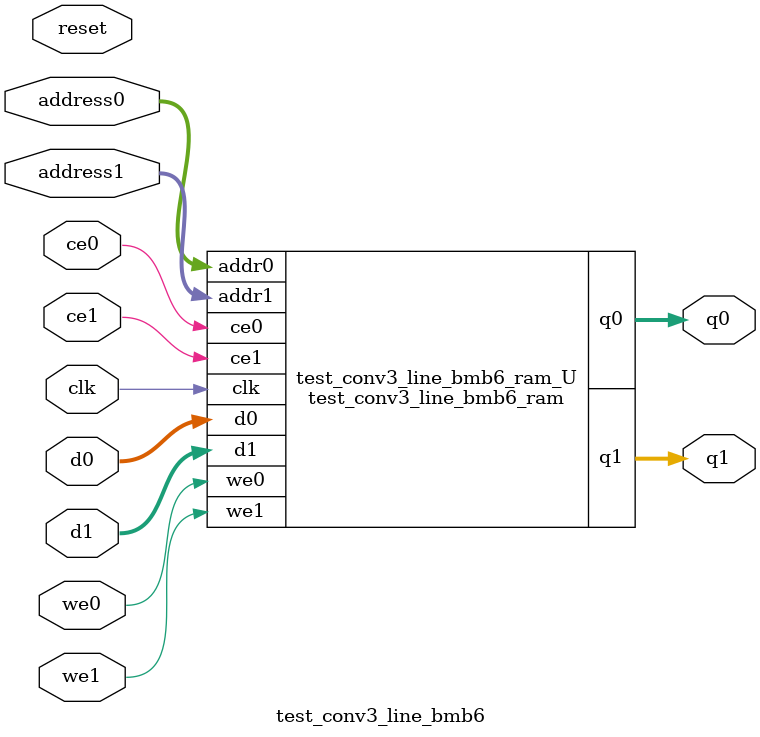
<source format=v>
`timescale 1 ns / 1 ps
module test_conv3_line_bmb6_ram (addr0, ce0, d0, we0, q0, addr1, ce1, d1, we1, q1,  clk);

parameter DWIDTH = 4;
parameter AWIDTH = 13;
parameter MEM_SIZE = 7872;

input[AWIDTH-1:0] addr0;
input ce0;
input[DWIDTH-1:0] d0;
input we0;
output reg[DWIDTH-1:0] q0;
input[AWIDTH-1:0] addr1;
input ce1;
input[DWIDTH-1:0] d1;
input we1;
output reg[DWIDTH-1:0] q1;
input clk;

(* ram_style = "block" *)reg [DWIDTH-1:0] ram[0:MEM_SIZE-1];




always @(posedge clk)  
begin 
    if (ce0) begin
        if (we0) 
            ram[addr0] <= d0; 
        q0 <= ram[addr0];
    end
end


always @(posedge clk)  
begin 
    if (ce1) begin
        if (we1) 
            ram[addr1] <= d1; 
        q1 <= ram[addr1];
    end
end


endmodule

`timescale 1 ns / 1 ps
module test_conv3_line_bmb6(
    reset,
    clk,
    address0,
    ce0,
    we0,
    d0,
    q0,
    address1,
    ce1,
    we1,
    d1,
    q1);

parameter DataWidth = 32'd4;
parameter AddressRange = 32'd7872;
parameter AddressWidth = 32'd13;
input reset;
input clk;
input[AddressWidth - 1:0] address0;
input ce0;
input we0;
input[DataWidth - 1:0] d0;
output[DataWidth - 1:0] q0;
input[AddressWidth - 1:0] address1;
input ce1;
input we1;
input[DataWidth - 1:0] d1;
output[DataWidth - 1:0] q1;



test_conv3_line_bmb6_ram test_conv3_line_bmb6_ram_U(
    .clk( clk ),
    .addr0( address0 ),
    .ce0( ce0 ),
    .we0( we0 ),
    .d0( d0 ),
    .q0( q0 ),
    .addr1( address1 ),
    .ce1( ce1 ),
    .we1( we1 ),
    .d1( d1 ),
    .q1( q1 ));

endmodule


</source>
